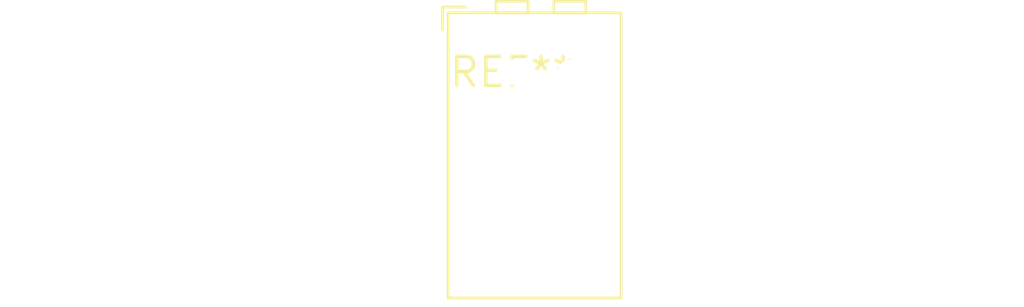
<source format=kicad_pcb>
(kicad_pcb (version 20240108) (generator pcbnew)
  (layers (0 "F.Cu" signal) (31 "B.Cu" signal) (34 "B.Paste" user) (35 "F.Paste" user) (36 "B.SilkS" user "B.Silkscreen") (37 "F.SilkS" user "F.Silkscreen") (38 "B.Mask" user) (39 "F.Mask" user) (44 "Edge.Cuts" user))
  (net 0 "")
  (footprint "TerminalBlock_WAGO_233-502_2x02_P2.54mm" (layer "F.Cu") (at 0 0)
    (property "Reference" "REF**")
    (property "Value" "TerminalBlock_WAGO_233-502_2x02_P2.54mm")
    (fp_line (start -3.05 -2.85) (end -2.05 -2.85) (layer "F.SilkS") (stroke (width 0.12)))
    (fp_line (start -3.05 -1.85) (end -3.05 -2.85) (layer "F.SilkS") (stroke (width 0.12)))
    (fp_line (start -2.8 -2.6) (end 4.78 -2.6) (layer "F.SilkS") (stroke (width 0.12)))
    (fp_line (start -2.8 9.9) (end -2.8 -2.6) (layer "F.SilkS") (stroke (width 0.12)))
    (fp_line (start 4.78 -2.6) (end 4.78 9.9) (layer "F.SilkS") (stroke (width 0.12)))
    (fp_line (start 4.78 9.9) (end -2.8 9.9) (layer "F.SilkS") (stroke (width 0.12)))
    (fp_rect (start -0.7 -3.1) (end 0.7 -2.6) (layer "F.SilkS") (stroke (width 0.12)) (fill none))
    (fp_rect (start 1.83 -3.1) (end 3.23 -2.6) (layer "F.SilkS") (stroke (width 0.12)) (fill none))
    (pad "1" thru_hole roundrect (at 0 0) (size 1.8 3.2) (drill 1.1) (layers *.Cu *.Mask) (remove_unused_layers) (roundrect_rratio 0.1388888889))
    (pad "1" thru_hole roundrect (at 0 5) (size 1.8 3.2) (drill 1.1) (layers *.Cu *.Mask) (remove_unused_layers) (roundrect_rratio 0.1388888889))
    (pad "2" thru_hole oval (at 2.54 0) (size 1.8 3.2) (drill 1.1) (layers *.Cu *.Mask) (remove_unused_layers))
    (pad "2" thru_hole oval (at 2.54 5) (size 1.8 3.2) (drill 1.1) (layers *.Cu *.Mask) (remove_unused_layers))
  )
)
</source>
